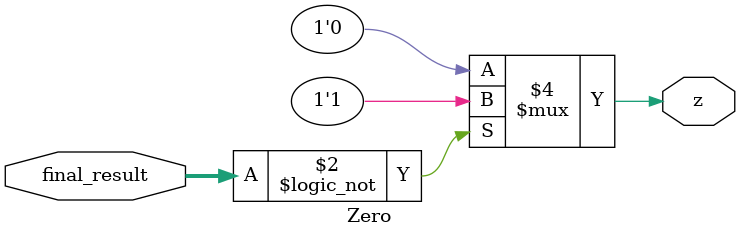
<source format=sv>
module Zero #(parameter N = 3)(input logic [N-1:0] final_result, output logic z);

	always_comb 
	begin
		if (final_result == 3'b000)
			z <= 1;
		else
			z <= 0;
	end

endmodule

</source>
